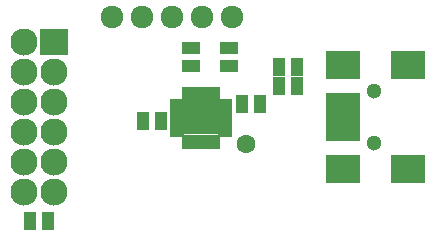
<source format=gbr>
G04 #@! TF.FileFunction,Soldermask,Top*
%FSLAX46Y46*%
G04 Gerber Fmt 4.6, Leading zero omitted, Abs format (unit mm)*
G04 Created by KiCad (PCBNEW 4.0.2+dfsg1-stable) date mar. 12 sept. 2017 13:22:42 CEST*
%MOMM*%
G01*
G04 APERTURE LIST*
%ADD10C,0.100000*%
%ADD11R,2.400000X2.300000*%
%ADD12C,2.300000*%
%ADD13R,2.899360X2.398980*%
%ADD14R,2.900000X0.900380*%
%ADD15C,1.300000*%
%ADD16R,1.300000X0.679400*%
%ADD17R,0.679400X1.300000*%
%ADD18R,3.000000X3.000000*%
%ADD19R,1.035000X1.543000*%
%ADD20R,1.543000X1.035000*%
%ADD21C,1.924000*%
%ADD22C,1.598880*%
G04 APERTURE END LIST*
D10*
D11*
X129680000Y-98650000D03*
D12*
X129680000Y-101190000D03*
X129680000Y-103730000D03*
X129680000Y-106270000D03*
X129680000Y-108810000D03*
X129680000Y-111350000D03*
X127140000Y-98650000D03*
X127140000Y-101190000D03*
X127140000Y-103730000D03*
X127140000Y-106270000D03*
X127140000Y-108810000D03*
X127140000Y-111350000D03*
D13*
X154150000Y-109400000D03*
D14*
X154150000Y-105000000D03*
X154150000Y-105800100D03*
X154150000Y-106600200D03*
X154150000Y-104199900D03*
X154150000Y-103399800D03*
D13*
X154150000Y-100600000D03*
X159650000Y-109400000D03*
X159650000Y-100600000D03*
D15*
X156750000Y-107200000D03*
X156750000Y-102800000D03*
D16*
X140100000Y-105300000D03*
X140100000Y-105800000D03*
X144200000Y-104300000D03*
X144200000Y-106300000D03*
X144200000Y-105800000D03*
X144200000Y-105300000D03*
X144200000Y-104800000D03*
X144200000Y-103800000D03*
D17*
X143400000Y-103000000D03*
X142900000Y-103000000D03*
X142400000Y-103000000D03*
X141900000Y-103000000D03*
X141400000Y-103000000D03*
X140900000Y-103000000D03*
D16*
X140100000Y-103800000D03*
X140100000Y-104300000D03*
X140100000Y-104800000D03*
D18*
X142150000Y-105000000D03*
D17*
X143400000Y-107100000D03*
X142900000Y-107100000D03*
X142400000Y-107100000D03*
X141900000Y-107100000D03*
X141400000Y-107100000D03*
X140900000Y-107100000D03*
D16*
X140100000Y-106300000D03*
D19*
X127638000Y-113800000D03*
X129162000Y-113800000D03*
X138737000Y-105300000D03*
X137213000Y-105300000D03*
D20*
X144500000Y-100662000D03*
X144500000Y-99138000D03*
D19*
X145563000Y-103875000D03*
X147087000Y-103875000D03*
D20*
X141325000Y-99138000D03*
X141325000Y-100662000D03*
D19*
X148763000Y-102375000D03*
X150287000Y-102375000D03*
X150287000Y-100775000D03*
X148763000Y-100775000D03*
D21*
X134620000Y-96520000D03*
X137160000Y-96520000D03*
X139700000Y-96520000D03*
X142240000Y-96520000D03*
X144780000Y-96520000D03*
D22*
X145923000Y-107264200D03*
M02*

</source>
